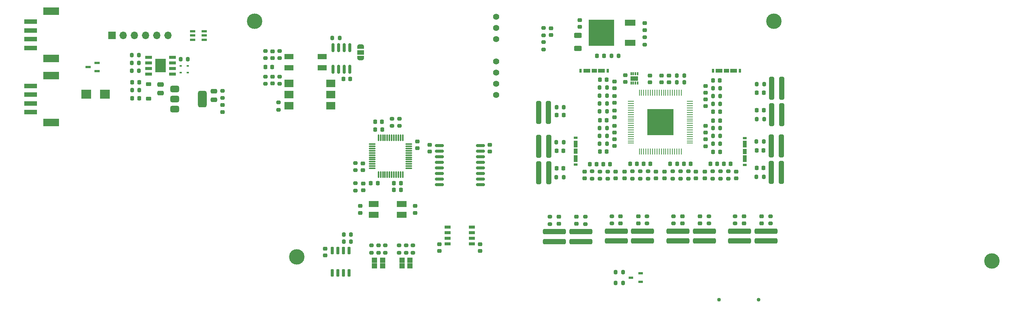
<source format=gbr>
%TF.GenerationSoftware,KiCad,Pcbnew,8.0.0*%
%TF.CreationDate,2024-03-12T18:48:21+01:00*%
%TF.ProjectId,FT24-AMS_Slave-v5,46543234-2d41-44d5-935f-536c6176652d,rev?*%
%TF.SameCoordinates,PX2faf080PY47868c0*%
%TF.FileFunction,Soldermask,Top*%
%TF.FilePolarity,Negative*%
%FSLAX46Y46*%
G04 Gerber Fmt 4.6, Leading zero omitted, Abs format (unit mm)*
G04 Created by KiCad (PCBNEW 8.0.0) date 2024-03-12 18:48:21*
%MOMM*%
%LPD*%
G01*
G04 APERTURE LIST*
G04 Aperture macros list*
%AMRoundRect*
0 Rectangle with rounded corners*
0 $1 Rounding radius*
0 $2 $3 $4 $5 $6 $7 $8 $9 X,Y pos of 4 corners*
0 Add a 4 corners polygon primitive as box body*
4,1,4,$2,$3,$4,$5,$6,$7,$8,$9,$2,$3,0*
0 Add four circle primitives for the rounded corners*
1,1,$1+$1,$2,$3*
1,1,$1+$1,$4,$5*
1,1,$1+$1,$6,$7*
1,1,$1+$1,$8,$9*
0 Add four rect primitives between the rounded corners*
20,1,$1+$1,$2,$3,$4,$5,0*
20,1,$1+$1,$4,$5,$6,$7,0*
20,1,$1+$1,$6,$7,$8,$9,0*
20,1,$1+$1,$8,$9,$2,$3,0*%
%AMFreePoly0*
4,1,19,0.550000,-0.750000,0.000000,-0.750000,0.000000,-0.744911,-0.071157,-0.744911,-0.207708,-0.704816,-0.327430,-0.627875,-0.420627,-0.520320,-0.479746,-0.390866,-0.500000,-0.250000,-0.500000,0.250000,-0.479746,0.390866,-0.420627,0.520320,-0.327430,0.627875,-0.207708,0.704816,-0.071157,0.744911,0.000000,0.744911,0.000000,0.750000,0.550000,0.750000,0.550000,-0.750000,0.550000,-0.750000,
$1*%
%AMFreePoly1*
4,1,19,0.000000,0.744911,0.071157,0.744911,0.207708,0.704816,0.327430,0.627875,0.420627,0.520320,0.479746,0.390866,0.500000,0.250000,0.500000,-0.250000,0.479746,-0.390866,0.420627,-0.520320,0.327430,-0.627875,0.207708,-0.704816,0.071157,-0.744911,0.000000,-0.744911,0.000000,-0.750000,-0.550000,-0.750000,-0.550000,0.750000,0.000000,0.750000,0.000000,0.744911,0.000000,0.744911,
$1*%
G04 Aperture macros list end*
%ADD10RoundRect,0.225000X0.250000X-0.225000X0.250000X0.225000X-0.250000X0.225000X-0.250000X-0.225000X0*%
%ADD11RoundRect,0.250000X2.350000X-0.325000X2.350000X0.325000X-2.350000X0.325000X-2.350000X-0.325000X0*%
%ADD12RoundRect,0.200000X0.200000X0.275000X-0.200000X0.275000X-0.200000X-0.275000X0.200000X-0.275000X0*%
%ADD13RoundRect,0.200000X-0.200000X-0.275000X0.200000X-0.275000X0.200000X0.275000X-0.200000X0.275000X0*%
%ADD14RoundRect,0.225000X-0.250000X0.225000X-0.250000X-0.225000X0.250000X-0.225000X0.250000X0.225000X0*%
%ADD15RoundRect,0.225000X0.225000X0.250000X-0.225000X0.250000X-0.225000X-0.250000X0.225000X-0.250000X0*%
%ADD16RoundRect,0.200000X0.275000X-0.200000X0.275000X0.200000X-0.275000X0.200000X-0.275000X-0.200000X0*%
%ADD17O,1.500000X0.250000*%
%ADD18O,0.250000X1.500000*%
%ADD19C,0.800000*%
%ADD20R,6.000000X6.000000*%
%ADD21RoundRect,0.150000X-0.875000X-0.150000X0.875000X-0.150000X0.875000X0.150000X-0.875000X0.150000X0*%
%ADD22R,1.700000X1.700000*%
%ADD23O,1.700000X1.700000*%
%ADD24R,1.250000X0.600000*%
%ADD25C,3.500000*%
%ADD26RoundRect,0.200000X-0.275000X0.200000X-0.275000X-0.200000X0.275000X-0.200000X0.275000X0.200000X0*%
%ADD27R,0.550000X0.420000*%
%ADD28R,0.300000X0.700000*%
%ADD29R,1.700000X1.000000*%
%ADD30RoundRect,0.218750X0.218750X0.256250X-0.218750X0.256250X-0.218750X-0.256250X0.218750X-0.256250X0*%
%ADD31R,3.600000X1.800000*%
%ADD32R,2.900000X1.000000*%
%ADD33RoundRect,0.250000X0.625000X-0.312500X0.625000X0.312500X-0.625000X0.312500X-0.625000X-0.312500X0*%
%ADD34R,1.050000X0.600000*%
%ADD35RoundRect,0.218750X-0.218750X-0.256250X0.218750X-0.256250X0.218750X0.256250X-0.218750X0.256250X0*%
%ADD36RoundRect,0.218750X0.256250X-0.218750X0.256250X0.218750X-0.256250X0.218750X-0.256250X-0.218750X0*%
%ADD37C,1.400000*%
%ADD38RoundRect,0.225000X-0.225000X-0.250000X0.225000X-0.250000X0.225000X0.250000X-0.225000X0.250000X0*%
%ADD39RoundRect,0.102000X0.500000X-0.500000X0.500000X0.500000X-0.500000X0.500000X-0.500000X-0.500000X0*%
%ADD40RoundRect,0.102000X-0.500000X0.500000X-0.500000X-0.500000X0.500000X-0.500000X0.500000X0.500000X0*%
%ADD41RoundRect,0.075000X0.075000X-0.662500X0.075000X0.662500X-0.075000X0.662500X-0.075000X-0.662500X0*%
%ADD42RoundRect,0.075000X0.662500X-0.075000X0.662500X0.075000X-0.662500X0.075000X-0.662500X-0.075000X0*%
%ADD43R,1.474500X0.650000*%
%ADD44RoundRect,0.250000X0.325000X2.350000X-0.325000X2.350000X-0.325000X-2.350000X0.325000X-2.350000X0*%
%ADD45RoundRect,0.250000X-0.325000X-2.350000X0.325000X-2.350000X0.325000X2.350000X-0.325000X2.350000X0*%
%ADD46RoundRect,0.218750X-0.256250X0.218750X-0.256250X-0.218750X0.256250X-0.218750X0.256250X0.218750X0*%
%ADD47R,0.600000X0.900000*%
%ADD48R,1.500000X0.900000*%
%ADD49R,1.200000X0.900000*%
%ADD50R,1.525000X0.650000*%
%ADD51R,2.400000X3.100000*%
%ADD52R,2.000000X1.780000*%
%ADD53R,2.000000X1.200000*%
%ADD54R,2.400000X1.400000*%
%ADD55R,5.750000X5.900000*%
%ADD56RoundRect,0.250000X-0.475000X0.250000X-0.475000X-0.250000X0.475000X-0.250000X0.475000X0.250000X0*%
%ADD57FreePoly0,90.000000*%
%ADD58R,1.500000X1.000000*%
%ADD59FreePoly1,90.000000*%
%ADD60R,2.300000X2.150000*%
%ADD61R,1.150000X0.600000*%
%ADD62RoundRect,0.225000X-0.375000X0.225000X-0.375000X-0.225000X0.375000X-0.225000X0.375000X0.225000X0*%
%ADD63R,2.200000X1.400000*%
%ADD64RoundRect,0.150000X0.150000X-0.825000X0.150000X0.825000X-0.150000X0.825000X-0.150000X-0.825000X0*%
%ADD65RoundRect,0.150000X0.150000X-0.725000X0.150000X0.725000X-0.150000X0.725000X-0.150000X-0.725000X0*%
%ADD66RoundRect,0.375000X-0.625000X-0.375000X0.625000X-0.375000X0.625000X0.375000X-0.625000X0.375000X0*%
%ADD67RoundRect,0.500000X-0.500000X-1.400000X0.500000X-1.400000X0.500000X1.400000X-0.500000X1.400000X0*%
%ADD68R,0.900000X0.600000*%
%ADD69R,0.900000X1.500000*%
%ADD70R,0.900000X1.200000*%
%ADD71C,0.850000*%
G04 APERTURE END LIST*
D10*
%TO.C,C24*%
X156728500Y-29649500D03*
X156728500Y-28099500D03*
%TD*%
D11*
%TO.C,R48*%
X142467500Y-54277500D03*
X142467500Y-52027500D03*
%TD*%
D12*
%TO.C,R21*%
X169992500Y-18577500D03*
X168342500Y-18577500D03*
%TD*%
D13*
%TO.C,R8*%
X132717500Y-19381500D03*
X134367500Y-19381500D03*
%TD*%
D14*
%TO.C,C59*%
X107800000Y-32425000D03*
X107800000Y-33975000D03*
%TD*%
D15*
%TO.C,C50*%
X28275000Y-18200000D03*
X26725000Y-18200000D03*
%TD*%
D16*
%TO.C,R59*%
X158367500Y-40102500D03*
X158367500Y-38452500D03*
%TD*%
D13*
%TO.C,R78*%
X136375000Y-61400000D03*
X138025000Y-61400000D03*
%TD*%
D17*
%TO.C,U2*%
X139780000Y-22527500D03*
X139780000Y-23027500D03*
X139780000Y-23527500D03*
X139780000Y-24027500D03*
X139780000Y-24527500D03*
X139780000Y-25027500D03*
X139780000Y-25527500D03*
X139780000Y-26027500D03*
X139780000Y-26527500D03*
X139780000Y-27027500D03*
X139780000Y-27527500D03*
X139780000Y-28027500D03*
X139780000Y-28527500D03*
X139780000Y-29027500D03*
X139780000Y-29527500D03*
X139780000Y-30027500D03*
X139780000Y-30527500D03*
X139780000Y-31027500D03*
X139780000Y-31527500D03*
X139780000Y-32027500D03*
D18*
X141717500Y-33965000D03*
X142217500Y-33965000D03*
X142717500Y-33965000D03*
X143217500Y-33965000D03*
X143717500Y-33965000D03*
X144217500Y-33965000D03*
X144717500Y-33965000D03*
X145217500Y-33965000D03*
X145717500Y-33965000D03*
X146217500Y-33965000D03*
X146717500Y-33965000D03*
X147217500Y-33965000D03*
X147717500Y-33965000D03*
X148217500Y-33965000D03*
X148717500Y-33965000D03*
X149217500Y-33965000D03*
X149717500Y-33965000D03*
X150217500Y-33965000D03*
X150717500Y-33965000D03*
X151217500Y-33965000D03*
D17*
X153155000Y-32027500D03*
X153155000Y-31527500D03*
X153155000Y-31027500D03*
X153155000Y-30527500D03*
X153155000Y-30027500D03*
X153155000Y-29527500D03*
X153155000Y-29027500D03*
X153155000Y-28527500D03*
X153155000Y-28027500D03*
X153155000Y-27527500D03*
X153155000Y-27027500D03*
X153155000Y-26527500D03*
X153155000Y-26027500D03*
X153155000Y-25527500D03*
X153155000Y-25027500D03*
X153155000Y-24527500D03*
X153155000Y-24027500D03*
X153155000Y-23527500D03*
X153155000Y-23027500D03*
X153155000Y-22527500D03*
D18*
X151217500Y-20590000D03*
X150717500Y-20590000D03*
X150217500Y-20590000D03*
X149717500Y-20590000D03*
X149217500Y-20590000D03*
X148717500Y-20590000D03*
D19*
X144067500Y-24877500D03*
X144067500Y-26077500D03*
X144067500Y-27277500D03*
X144067500Y-28477500D03*
X144067500Y-29677500D03*
X145267500Y-24877500D03*
X145267500Y-26077500D03*
X145267500Y-27277500D03*
X145267500Y-28477500D03*
X145267500Y-29677500D03*
X146467500Y-24877500D03*
X146467500Y-26077500D03*
X146467500Y-27277500D03*
D20*
X146467500Y-27277500D03*
D19*
X146467500Y-28477500D03*
X146467500Y-29677500D03*
X147667500Y-24877500D03*
X147667500Y-26077500D03*
X147667500Y-27277500D03*
X147667500Y-28477500D03*
X147667500Y-29677500D03*
D18*
X148217500Y-20590000D03*
D19*
X148867500Y-24877500D03*
X148867500Y-26077500D03*
X148867500Y-27277500D03*
X148867500Y-28477500D03*
X148867500Y-29677500D03*
D18*
X147717500Y-20590000D03*
X147217500Y-20590000D03*
X146717500Y-20590000D03*
X146217500Y-20590000D03*
X145717500Y-20590000D03*
X145217500Y-20590000D03*
X144717500Y-20590000D03*
X144217500Y-20590000D03*
X143717500Y-20590000D03*
X143217500Y-20590000D03*
X142717500Y-20590000D03*
X142217500Y-20590000D03*
X141717500Y-20590000D03*
%TD*%
D12*
%TO.C,R28*%
X169917500Y-31677500D03*
X168267500Y-31677500D03*
%TD*%
D21*
%TO.C,U5*%
X96350000Y-32555000D03*
X96350000Y-33825000D03*
X96350000Y-35095000D03*
X96350000Y-36365000D03*
X96350000Y-37635000D03*
X96350000Y-38905000D03*
X96350000Y-40175000D03*
X96350000Y-41445000D03*
X105650000Y-41445000D03*
X105650000Y-40175000D03*
X105650000Y-38905000D03*
X105650000Y-37635000D03*
X105650000Y-36365000D03*
X105650000Y-35095000D03*
X105650000Y-33825000D03*
X105650000Y-32555000D03*
%TD*%
D12*
%TO.C,R6*%
X76325000Y-54400000D03*
X74675000Y-54400000D03*
%TD*%
D22*
%TO.C,J16*%
X22120000Y-7550000D03*
D23*
X24660000Y-7550000D03*
X27200000Y-7550000D03*
X29740000Y-7550000D03*
X32280000Y-7550000D03*
X34820000Y-7550000D03*
%TD*%
D24*
%TO.C,D5*%
X18700000Y-15650000D03*
X18700000Y-13750000D03*
X16700000Y-14700000D03*
%TD*%
D14*
%TO.C,C41*%
X147467500Y-38502500D03*
X147467500Y-40052500D03*
%TD*%
D12*
%TO.C,R17*%
X160053500Y-23074500D03*
X158403500Y-23074500D03*
%TD*%
D13*
%TO.C,R35*%
X122892500Y-39777500D03*
X124542500Y-39777500D03*
%TD*%
%TO.C,R64*%
X132703500Y-21206500D03*
X134353500Y-21206500D03*
%TD*%
D12*
%TO.C,R71*%
X28225000Y-13800000D03*
X26575000Y-13800000D03*
%TD*%
D25*
%TO.C,REF\u002A\u002A*%
X172227041Y-4300000D03*
%TD*%
D26*
%TO.C,R1*%
X119968750Y-5850000D03*
X119968750Y-7500000D03*
%TD*%
D10*
%TO.C,C23*%
X156728500Y-32714500D03*
X156728500Y-31164500D03*
%TD*%
D11*
%TO.C,R57*%
X164467500Y-54277500D03*
X164467500Y-52027500D03*
%TD*%
D25*
%TO.C,REF\u002A\u002A*%
X54495945Y-4300000D03*
%TD*%
D10*
%TO.C,C18*%
X58500000Y-18475000D03*
X58500000Y-16925000D03*
%TD*%
D27*
%TO.C,D25*%
X37700000Y-16000000D03*
X39300000Y-16000000D03*
%TD*%
D28*
%TO.C,U4*%
X139855000Y-18350000D03*
X140355000Y-18350000D03*
X140855000Y-18350000D03*
X141355000Y-18350000D03*
X141355000Y-16250000D03*
X140855000Y-16250000D03*
X140355000Y-16250000D03*
X139855000Y-16250000D03*
D29*
X140605000Y-17300000D03*
%TD*%
D30*
%TO.C,D8*%
X169955000Y-20577500D03*
X168380000Y-20577500D03*
%TD*%
D16*
%TO.C,R61*%
X161923500Y-40102500D03*
X161923500Y-38452500D03*
%TD*%
D12*
%TO.C,R18*%
X160053500Y-21296500D03*
X158403500Y-21296500D03*
%TD*%
D31*
%TO.C,J1*%
X8350000Y-16650000D03*
D32*
X3700000Y-19000000D03*
D31*
X8350000Y-27350000D03*
D32*
X3700000Y-21000000D03*
X3700000Y-23000000D03*
X3700000Y-25000000D03*
%TD*%
D33*
%TO.C,R11*%
X127800000Y-10462500D03*
X127800000Y-7537500D03*
%TD*%
D11*
%TO.C,R43*%
X136467500Y-54277500D03*
X136467500Y-52027500D03*
%TD*%
D10*
%TO.C,C3*%
X79100000Y-42737500D03*
X79100000Y-41187500D03*
%TD*%
D34*
%TO.C,D3*%
X142000000Y-63550000D03*
X142000000Y-61650000D03*
X139800000Y-62600000D03*
%TD*%
D13*
%TO.C,R3*%
X74675000Y-52800000D03*
X76325000Y-52800000D03*
%TD*%
D35*
%TO.C,D21*%
X122967500Y-25650750D03*
X124542500Y-25650750D03*
%TD*%
D13*
%TO.C,R65*%
X132703500Y-22984500D03*
X134353500Y-22984500D03*
%TD*%
D14*
%TO.C,C28*%
X136042500Y-31152500D03*
X136042500Y-32702500D03*
%TD*%
D36*
%TO.C,D18*%
X155467500Y-50240000D03*
X155467500Y-48665000D03*
%TD*%
D37*
%TO.C,PS1*%
X109200000Y-8380000D03*
X109200000Y-13460000D03*
X109200000Y-3300000D03*
X109200000Y-5840000D03*
X109200000Y-16000000D03*
X109200000Y-18540000D03*
X109200000Y-21080000D03*
%TD*%
D16*
%TO.C,R47*%
X143717500Y-40102500D03*
X143717500Y-38452500D03*
%TD*%
D12*
%TO.C,R23*%
X169917500Y-39677500D03*
X168267500Y-39677500D03*
%TD*%
D16*
%TO.C,R80*%
X87200000Y-56925000D03*
X87200000Y-55275000D03*
%TD*%
D14*
%TO.C,C47*%
X136042500Y-17985500D03*
X136042500Y-19535500D03*
%TD*%
D16*
%TO.C,R79*%
X80937500Y-56937500D03*
X80937500Y-55287500D03*
%TD*%
D13*
%TO.C,R31*%
X132703500Y-28621500D03*
X134353500Y-28621500D03*
%TD*%
D11*
%TO.C,R55*%
X156467500Y-54277500D03*
X156467500Y-52027500D03*
%TD*%
D36*
%TO.C,D20*%
X169467500Y-50240000D03*
X169467500Y-48665000D03*
%TD*%
D16*
%TO.C,R39*%
X132789500Y-40116500D03*
X132789500Y-38466500D03*
%TD*%
%TO.C,R38*%
X131011500Y-40102500D03*
X131011500Y-38452500D03*
%TD*%
D14*
%TO.C,C37*%
X138367500Y-38502500D03*
X138367500Y-40052500D03*
%TD*%
D38*
%TO.C,C8*%
X81825000Y-27200000D03*
X83375000Y-27200000D03*
%TD*%
D36*
%TO.C,D16*%
X141467500Y-50240000D03*
X141467500Y-48665000D03*
%TD*%
D30*
%TO.C,D10*%
X169880000Y-33677500D03*
X168305000Y-33677500D03*
%TD*%
D12*
%TO.C,R24*%
X160067500Y-32180500D03*
X158417500Y-32180500D03*
%TD*%
D35*
%TO.C,D11*%
X122930000Y-33777499D03*
X124505000Y-33777499D03*
%TD*%
D16*
%TO.C,R60*%
X160145500Y-40102500D03*
X160145500Y-38452500D03*
%TD*%
D11*
%TO.C,R36*%
X122467500Y-54402500D03*
X122467500Y-52152500D03*
%TD*%
D36*
%TO.C,D13*%
X123467499Y-50365000D03*
X123467499Y-48790000D03*
%TD*%
D14*
%TO.C,C45*%
X156567500Y-38502500D03*
X156567500Y-40052500D03*
%TD*%
D27*
%TO.C,D4*%
X37700000Y-14500000D03*
X39300000Y-14500000D03*
%TD*%
D16*
%TO.C,R42*%
X129467500Y-50402500D03*
X129467500Y-48752500D03*
%TD*%
D12*
%TO.C,R69*%
X28325000Y-20000000D03*
X26675000Y-20000000D03*
%TD*%
D16*
%TO.C,R49*%
X143467500Y-50277500D03*
X143467500Y-48627500D03*
%TD*%
D12*
%TO.C,R19*%
X160053500Y-19518500D03*
X158403500Y-19518500D03*
%TD*%
D16*
%TO.C,R54*%
X152823500Y-40102500D03*
X152823500Y-38452500D03*
%TD*%
D14*
%TO.C,C34*%
X136317500Y-38502500D03*
X136317500Y-40052500D03*
%TD*%
D39*
%TO.C,D28*%
X87875000Y-59925000D03*
X87875000Y-58675000D03*
D40*
X89725000Y-58675000D03*
X89725000Y-59925000D03*
%TD*%
D39*
%TO.C,D27*%
X81612500Y-59925000D03*
X81612500Y-58675000D03*
D40*
X83462500Y-58675000D03*
X83462500Y-59925000D03*
%TD*%
D41*
%TO.C,U1*%
X82550000Y-39162500D03*
X83050000Y-39162500D03*
X83550000Y-39162500D03*
X84050000Y-39162500D03*
X84550000Y-39162500D03*
X85050000Y-39162500D03*
X85550000Y-39162500D03*
X86050000Y-39162500D03*
X86550000Y-39162500D03*
X87050000Y-39162500D03*
X87550000Y-39162500D03*
X88050000Y-39162500D03*
D42*
X89462500Y-37750000D03*
X89462500Y-37250000D03*
X89462500Y-36750000D03*
X89462500Y-36250000D03*
X89462500Y-35750000D03*
X89462500Y-35250000D03*
X89462500Y-34750000D03*
X89462500Y-34250000D03*
X89462500Y-33750000D03*
X89462500Y-33250000D03*
X89462500Y-32750000D03*
X89462500Y-32250000D03*
D41*
X88050000Y-30837500D03*
X87550000Y-30837500D03*
X87050000Y-30837500D03*
X86550000Y-30837500D03*
X86050000Y-30837500D03*
X85550000Y-30837500D03*
X85050000Y-30837500D03*
X84550000Y-30837500D03*
X84050000Y-30837500D03*
X83550000Y-30837500D03*
X83050000Y-30837500D03*
X82550000Y-30837500D03*
D42*
X81137500Y-32250000D03*
X81137500Y-32750000D03*
X81137500Y-33250000D03*
X81137500Y-33750000D03*
X81137500Y-34250000D03*
X81137500Y-34750000D03*
X81137500Y-35250000D03*
X81137500Y-35750000D03*
X81137500Y-36250000D03*
X81137500Y-36750000D03*
X81137500Y-37250000D03*
X81137500Y-37750000D03*
%TD*%
D13*
%TO.C,R66*%
X132703500Y-24762500D03*
X134353500Y-24762500D03*
%TD*%
D15*
%TO.C,C7*%
X82362500Y-41162500D03*
X80812500Y-41162500D03*
%TD*%
D26*
%TO.C,R4*%
X77350000Y-36550000D03*
X77350000Y-38200000D03*
%TD*%
D16*
%TO.C,R85*%
X84137500Y-56937500D03*
X84137500Y-55287500D03*
%TD*%
D30*
%TO.C,D7*%
X169955000Y-24577500D03*
X168380000Y-24577500D03*
%TD*%
D36*
%TO.C,D19*%
X165467499Y-50240000D03*
X165467499Y-48665000D03*
%TD*%
D10*
%TO.C,C20*%
X156714500Y-20543500D03*
X156714500Y-18993500D03*
%TD*%
D16*
%TO.C,R84*%
X82537500Y-56937500D03*
X82537500Y-55287500D03*
%TD*%
%TO.C,R37*%
X121467500Y-50402500D03*
X121467500Y-48752500D03*
%TD*%
D43*
%TO.C,IC1*%
X103737250Y-54905000D03*
X103737250Y-53635000D03*
X103737250Y-52365000D03*
X103737250Y-51095000D03*
X98262750Y-51095000D03*
X98262750Y-52365000D03*
X98262750Y-53635000D03*
X98262750Y-54905000D03*
%TD*%
D14*
%TO.C,C5*%
X91400000Y-31625000D03*
X91400000Y-33175000D03*
%TD*%
D38*
%TO.C,C4*%
X81829500Y-28900000D03*
X83379500Y-28900000D03*
%TD*%
%TO.C,C26*%
X158453500Y-26874500D03*
X160003500Y-26874500D03*
%TD*%
D44*
%TO.C,R15*%
X173992500Y-25577500D03*
X171742500Y-25577500D03*
%TD*%
D16*
%TO.C,R45*%
X140167500Y-40102500D03*
X140167500Y-38452500D03*
%TD*%
D13*
%TO.C,R73*%
X37675000Y-12900000D03*
X39325000Y-12900000D03*
%TD*%
D38*
%TO.C,C39*%
X148733500Y-36763500D03*
X150283500Y-36763500D03*
%TD*%
D12*
%TO.C,R25*%
X160067500Y-30402500D03*
X158417500Y-30402500D03*
%TD*%
D36*
%TO.C,D14*%
X127467500Y-50365000D03*
X127467500Y-48790000D03*
%TD*%
D26*
%TO.C,R12*%
X60100000Y-16875000D03*
X60100000Y-18525000D03*
%TD*%
D14*
%TO.C,C38*%
X145467500Y-38488500D03*
X145467500Y-40038500D03*
%TD*%
D16*
%TO.C,R56*%
X157467500Y-50277500D03*
X157467500Y-48627500D03*
%TD*%
D45*
%TO.C,R29*%
X118892500Y-32777500D03*
X121142500Y-32777500D03*
%TD*%
D46*
%TO.C,D1*%
X121668750Y-5887500D03*
X121668750Y-7462500D03*
%TD*%
D26*
%TO.C,R7*%
X87300000Y-26475000D03*
X87300000Y-28125000D03*
%TD*%
D11*
%TO.C,R50*%
X150467500Y-54277500D03*
X150467500Y-52027500D03*
%TD*%
D31*
%TO.C,J2*%
X8350000Y-2050000D03*
D32*
X3700000Y-4400000D03*
D31*
X8350000Y-12750000D03*
D32*
X3700000Y-6400000D03*
X3700000Y-8400000D03*
X3700000Y-10400000D03*
%TD*%
D26*
%TO.C,R82*%
X77300000Y-41137500D03*
X77300000Y-42787500D03*
%TD*%
D14*
%TO.C,C33*%
X129267500Y-38502500D03*
X129267500Y-40052500D03*
%TD*%
D16*
%TO.C,R58*%
X163467500Y-50277500D03*
X163467500Y-48627500D03*
%TD*%
D47*
%TO.C,J12*%
X128417500Y-15547500D03*
D48*
X129817500Y-15547500D03*
D49*
X131467500Y-15547500D03*
D48*
X133117500Y-15547500D03*
D47*
X134517500Y-15547500D03*
%TD*%
D13*
%TO.C,R70*%
X26575000Y-12000000D03*
X28225000Y-12000000D03*
%TD*%
D10*
%TO.C,C1*%
X78429500Y-47882000D03*
X78429500Y-46332000D03*
%TD*%
D38*
%TO.C,C25*%
X158453500Y-33980500D03*
X160003500Y-33980500D03*
%TD*%
D16*
%TO.C,R86*%
X88800000Y-56925000D03*
X88800000Y-55275000D03*
%TD*%
D13*
%TO.C,R88*%
X72080000Y-8110000D03*
X73730000Y-8110000D03*
%TD*%
%TO.C,R33*%
X132703500Y-32177500D03*
X134353500Y-32177500D03*
%TD*%
D16*
%TO.C,R53*%
X151045500Y-40102500D03*
X151045500Y-38452500D03*
%TD*%
D38*
%TO.C,C40*%
X151798500Y-36763500D03*
X153348500Y-36763500D03*
%TD*%
D50*
%TO.C,IC6*%
X30388000Y-12495000D03*
X30388000Y-13765000D03*
X30388000Y-15035000D03*
X30388000Y-16305000D03*
X35812000Y-16305000D03*
X35812000Y-15035000D03*
X35812000Y-13765000D03*
X35812000Y-12495000D03*
D51*
X33100000Y-14400000D03*
%TD*%
D13*
%TO.C,R30*%
X122892500Y-31777500D03*
X124542500Y-31777500D03*
%TD*%
D38*
%TO.C,C35*%
X139627500Y-36763500D03*
X141177500Y-36763500D03*
%TD*%
D52*
%TO.C,U6*%
X71765000Y-23540000D03*
X71765000Y-21000000D03*
X71765000Y-18460000D03*
X62235000Y-18460000D03*
X62235000Y-21000000D03*
X62235000Y-23540000D03*
%TD*%
D15*
%TO.C,C29*%
X134303500Y-26821500D03*
X132753500Y-26821500D03*
%TD*%
D38*
%TO.C,C43*%
X157833500Y-36763500D03*
X159383500Y-36763500D03*
%TD*%
D16*
%TO.C,R52*%
X149267500Y-40102500D03*
X149267500Y-38452500D03*
%TD*%
%TO.C,R40*%
X134567500Y-40116500D03*
X134567500Y-38466500D03*
%TD*%
D12*
%TO.C,R26*%
X160067500Y-28624500D03*
X158417500Y-28624500D03*
%TD*%
D45*
%TO.C,R67*%
X118880000Y-25027500D03*
X121130000Y-25027500D03*
%TD*%
D53*
%TO.C,FL1*%
X69750000Y-14870000D03*
X69750000Y-12330000D03*
X62250000Y-12330000D03*
X62250000Y-14870000D03*
%TD*%
D16*
%TO.C,R13*%
X60100000Y-12725000D03*
X60100000Y-11075000D03*
%TD*%
D10*
%TO.C,C49*%
X136042500Y-26139500D03*
X136042500Y-24589500D03*
%TD*%
%TO.C,C15*%
X146755000Y-18175000D03*
X146755000Y-16625000D03*
%TD*%
D36*
%TO.C,D26*%
X47200000Y-24937500D03*
X47200000Y-23362500D03*
%TD*%
D15*
%TO.C,C9*%
X87629500Y-41158000D03*
X86079500Y-41158000D03*
%TD*%
D44*
%TO.C,R22*%
X173917500Y-38677500D03*
X171667500Y-38677500D03*
%TD*%
D10*
%TO.C,C13*%
X144155000Y-18175000D03*
X144155000Y-16625000D03*
%TD*%
D15*
%TO.C,C14*%
X133675000Y-12200000D03*
X132125000Y-12200000D03*
%TD*%
D46*
%TO.C,FB1*%
X142900000Y-4725000D03*
X142900000Y-6300000D03*
%TD*%
D14*
%TO.C,C48*%
X136042500Y-21287500D03*
X136042500Y-22837500D03*
%TD*%
D15*
%TO.C,C60*%
X134330000Y-17600000D03*
X132780000Y-17600000D03*
%TD*%
D13*
%TO.C,R68*%
X122930000Y-23872750D03*
X124580000Y-23872750D03*
%TD*%
D25*
%TO.C,REF\u002A\u002A*%
X64009909Y-57900000D03*
%TD*%
D10*
%TO.C,C6*%
X79000000Y-38175000D03*
X79000000Y-36625000D03*
%TD*%
D54*
%TO.C,Q2*%
X139600000Y-9185000D03*
D55*
X133075000Y-6900000D03*
D54*
X139600000Y-4615000D03*
%TD*%
D36*
%TO.C,D17*%
X151467499Y-50240000D03*
X151467499Y-48665000D03*
%TD*%
D14*
%TO.C,C42*%
X154573500Y-38488500D03*
X154573500Y-40038500D03*
%TD*%
%TO.C,C11*%
X70500000Y-56025000D03*
X70500000Y-57575000D03*
%TD*%
D16*
%TO.C,R44*%
X135467500Y-50277500D03*
X135467500Y-48627500D03*
%TD*%
D14*
%TO.C,C56*%
X105600000Y-55025000D03*
X105600000Y-56575000D03*
%TD*%
D13*
%TO.C,R72*%
X26575000Y-15600000D03*
X28225000Y-15600000D03*
%TD*%
D16*
%TO.C,R14*%
X56900000Y-12725000D03*
X56900000Y-11075000D03*
%TD*%
D38*
%TO.C,C32*%
X133542500Y-36777500D03*
X135092500Y-36777500D03*
%TD*%
D56*
%TO.C,C52*%
X33100000Y-18700000D03*
X33100000Y-20600000D03*
%TD*%
D47*
%TO.C,J11*%
X158417500Y-15547500D03*
D48*
X159817500Y-15547500D03*
D49*
X161467500Y-15547500D03*
D48*
X163117500Y-15547500D03*
D47*
X164517500Y-15547500D03*
%TD*%
D10*
%TO.C,C58*%
X96400000Y-56575000D03*
X96400000Y-55025000D03*
%TD*%
D14*
%TO.C,C2*%
X90829500Y-46332000D03*
X90829500Y-47882000D03*
%TD*%
D12*
%TO.C,R9*%
X151880000Y-18202500D03*
X150230000Y-18202500D03*
%TD*%
D16*
%TO.C,R63*%
X171467500Y-50277500D03*
X171467500Y-48627500D03*
%TD*%
D10*
%TO.C,C12*%
X148467500Y-18190750D03*
X148467500Y-16640750D03*
%TD*%
D30*
%TO.C,D9*%
X169880000Y-37677500D03*
X168305000Y-37677500D03*
%TD*%
D10*
%TO.C,C54*%
X58500000Y-12675000D03*
X58500000Y-11125000D03*
%TD*%
D57*
%TO.C,JP1*%
X78500000Y-12700000D03*
D58*
X78500000Y-11400000D03*
D59*
X78500000Y-10100000D03*
%TD*%
D14*
%TO.C,C46*%
X163673500Y-38488500D03*
X163673500Y-40038500D03*
%TD*%
D10*
%TO.C,C16*%
X128200000Y-5575000D03*
X128200000Y-4025000D03*
%TD*%
D38*
%TO.C,C17*%
X74600000Y-17400000D03*
X76150000Y-17400000D03*
%TD*%
D13*
%TO.C,R77*%
X136375000Y-63800000D03*
X138025000Y-63800000D03*
%TD*%
D44*
%TO.C,R27*%
X173917500Y-32677500D03*
X171667500Y-32677500D03*
%TD*%
D26*
%TO.C,R2*%
X119968750Y-9050000D03*
X119968750Y-10700000D03*
%TD*%
D13*
%TO.C,R10*%
X135375000Y-12200000D03*
X137025000Y-12200000D03*
%TD*%
D14*
%TO.C,C57*%
X94200000Y-32425000D03*
X94200000Y-33975000D03*
%TD*%
D15*
%TO.C,C10*%
X87629500Y-42682000D03*
X86079500Y-42682000D03*
%TD*%
D10*
%TO.C,C19*%
X156714500Y-23608500D03*
X156714500Y-22058500D03*
%TD*%
D60*
%TO.C,D2*%
X20550000Y-20900000D03*
X16250000Y-20900000D03*
%TD*%
D38*
%TO.C,C44*%
X160898500Y-36763500D03*
X162448500Y-36763500D03*
%TD*%
D61*
%TO.C,IC3*%
X40440000Y-6600000D03*
X40440000Y-7550000D03*
X40440000Y-8500000D03*
X43040000Y-8500000D03*
X43040000Y-7550000D03*
X43040000Y-6600000D03*
%TD*%
D30*
%TO.C,D22*%
X28287500Y-21800000D03*
X26712500Y-21800000D03*
%TD*%
D16*
%TO.C,R89*%
X56900000Y-18525000D03*
X56900000Y-16875000D03*
%TD*%
D25*
%TO.C,REF\u002A\u002A*%
X221701799Y-58800000D03*
%TD*%
D26*
%TO.C,R5*%
X85600000Y-26475000D03*
X85600000Y-28125000D03*
%TD*%
%TO.C,R76*%
X47200000Y-20125000D03*
X47200000Y-21775000D03*
%TD*%
%TO.C,R90*%
X142900000Y-7975000D03*
X142900000Y-9625000D03*
%TD*%
D15*
%TO.C,C55*%
X58475000Y-14700000D03*
X56925000Y-14700000D03*
%TD*%
D56*
%TO.C,C53*%
X45200000Y-20250000D03*
X45200000Y-22150000D03*
%TD*%
D16*
%TO.C,R87*%
X90400000Y-56925000D03*
X90400000Y-55275000D03*
%TD*%
D12*
%TO.C,R16*%
X169992500Y-26577500D03*
X168342500Y-26577500D03*
%TD*%
D38*
%TO.C,C36*%
X142692500Y-36763500D03*
X144242500Y-36763500D03*
%TD*%
D16*
%TO.C,R51*%
X149467500Y-50277500D03*
X149467500Y-48627500D03*
%TD*%
D11*
%TO.C,R41*%
X128467500Y-54402500D03*
X128467500Y-52152500D03*
%TD*%
D38*
%TO.C,C22*%
X158439500Y-17768500D03*
X159989500Y-17768500D03*
%TD*%
%TO.C,C31*%
X130477500Y-36777500D03*
X132027500Y-36777500D03*
%TD*%
D13*
%TO.C,R32*%
X132703500Y-30399500D03*
X134353500Y-30399500D03*
%TD*%
D11*
%TO.C,R62*%
X170467500Y-54277500D03*
X170467500Y-52027500D03*
%TD*%
D16*
%TO.C,R46*%
X141939500Y-40102500D03*
X141939500Y-38452500D03*
%TD*%
D62*
%TO.C,D23*%
X30400000Y-18650000D03*
X30400000Y-21950000D03*
%TD*%
D45*
%TO.C,R34*%
X118892500Y-38777500D03*
X121142500Y-38777500D03*
%TD*%
D63*
%TO.C,Y2*%
X87779500Y-45857000D03*
X87779500Y-48357000D03*
X81479500Y-48357000D03*
X81479500Y-45857000D03*
%TD*%
D64*
%TO.C,U3*%
X72230000Y-15250000D03*
X73500000Y-15250000D03*
X74770000Y-15250000D03*
X76040000Y-15250000D03*
X76040000Y-10300000D03*
X74770000Y-10300000D03*
X73500000Y-10300000D03*
X72230000Y-10300000D03*
%TD*%
D14*
%TO.C,C61*%
X138555000Y-16550000D03*
X138555000Y-18100000D03*
%TD*%
D36*
%TO.C,D15*%
X137467499Y-50240000D03*
X137467499Y-48665000D03*
%TD*%
D65*
%TO.C,IC4*%
X72095000Y-61575000D03*
X73365000Y-61575000D03*
X74635000Y-61575000D03*
X75905000Y-61575000D03*
X75905000Y-56425000D03*
X74635000Y-56425000D03*
X73365000Y-56425000D03*
X72095000Y-56425000D03*
%TD*%
D16*
%TO.C,R83*%
X59900000Y-24425000D03*
X59900000Y-22775000D03*
%TD*%
D13*
%TO.C,R81*%
X150230000Y-16700000D03*
X151880000Y-16700000D03*
%TD*%
D44*
%TO.C,R20*%
X173992500Y-19577500D03*
X171742500Y-19577500D03*
%TD*%
D15*
%TO.C,C30*%
X134317500Y-33962500D03*
X132767500Y-33962500D03*
%TD*%
D66*
%TO.C,IC7*%
X36350000Y-19700000D03*
X36350000Y-22000000D03*
X36350000Y-24300000D03*
D67*
X42650000Y-22000000D03*
%TD*%
D38*
%TO.C,C21*%
X158453500Y-24874500D03*
X160003500Y-24874500D03*
%TD*%
D68*
%TO.C,J13*%
X127287500Y-36927500D03*
D69*
X127287500Y-35527500D03*
D70*
X127287500Y-33877500D03*
D69*
X127287500Y-32227500D03*
D68*
X127287500Y-30827500D03*
%TD*%
D14*
%TO.C,C27*%
X136042500Y-28087500D03*
X136042500Y-29637500D03*
%TD*%
D35*
%TO.C,D12*%
X122930000Y-37777500D03*
X124505000Y-37777500D03*
%TD*%
D68*
%TO.C,J14*%
X165647500Y-30877500D03*
D69*
X165647500Y-32277500D03*
D70*
X165647500Y-33927500D03*
D69*
X165647500Y-35577500D03*
D68*
X165647500Y-36977500D03*
%TD*%
D71*
%TO.C,J5*%
X159800000Y-67650000D03*
X168800000Y-67650000D03*
%TD*%
M02*

</source>
